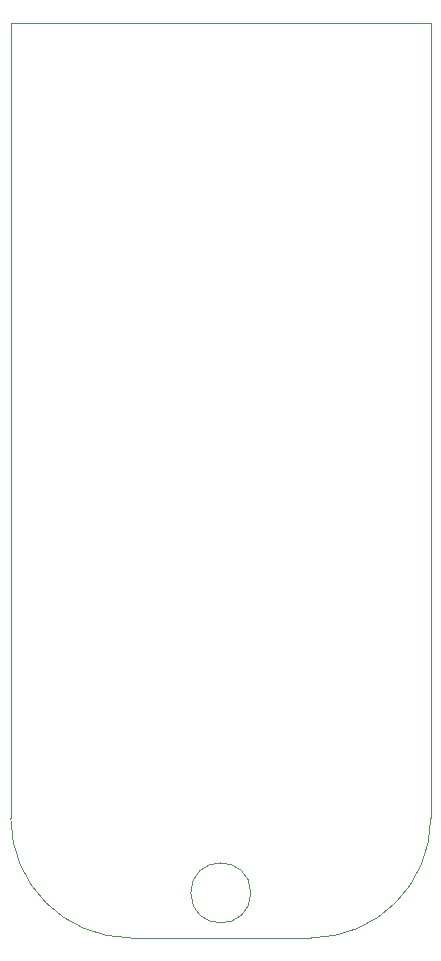
<source format=gbr>
G04 #@! TF.GenerationSoftware,KiCad,Pcbnew,8.0.8*
G04 #@! TF.CreationDate,2025-03-16T16:25:50-04:00*
G04 #@! TF.ProjectId,Combined_PCB,436f6d62-696e-4656-945f-5043422e6b69,1*
G04 #@! TF.SameCoordinates,Original*
G04 #@! TF.FileFunction,Profile,NP*
%FSLAX46Y46*%
G04 Gerber Fmt 4.6, Leading zero omitted, Abs format (unit mm)*
G04 Created by KiCad (PCBNEW 8.0.8) date 2025-03-16 16:25:50*
%MOMM*%
%LPD*%
G01*
G04 APERTURE LIST*
G04 #@! TA.AperFunction,Profile*
%ADD10C,0.038100*%
G04 #@! TD*
G04 APERTURE END LIST*
D10*
X137160000Y-86360000D02*
X137160000Y-19050000D01*
X137160000Y-86360000D02*
G75*
G02*
X127000000Y-96520000I-10160000J0D01*
G01*
X121920000Y-92710000D02*
G75*
G02*
X116840000Y-92710000I-2540000J0D01*
G01*
X116840000Y-92710000D02*
G75*
G02*
X121920000Y-92710000I2540000J0D01*
G01*
X101600000Y-19050000D02*
X101600000Y-86360000D01*
X101600000Y-19050000D02*
X137160000Y-19050000D01*
X111760000Y-96520000D02*
X127000000Y-96520000D01*
X111760000Y-96520000D02*
G75*
G02*
X101600000Y-86360000I0J10160000D01*
G01*
M02*

</source>
